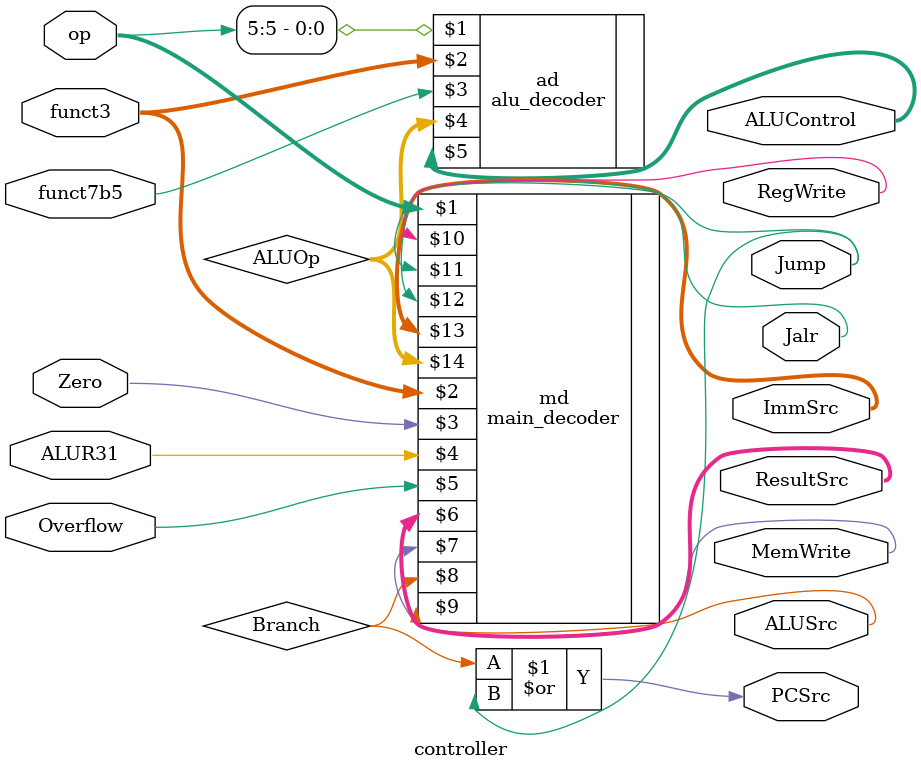
<source format=v>
`timescale 1ns / 1ps

module controller (
    input [6:0]  op,
    input [2:0]  funct3,
    input        funct7b5,
    input        Zero, ALUR31, Overflow,
    output       [1:0] ResultSrc,
    output       MemWrite,
    output       PCSrc, ALUSrc,
    output       RegWrite, Jump, Jalr,
    output [1:0] ImmSrc,
    output [3:0] ALUControl
);

wire [1:0] ALUOp;
wire       Branch;

main_decoder    md (op, funct3, Zero, ALUR31, Overflow, ResultSrc, MemWrite, Branch,
                    ALUSrc, RegWrite, Jump, Jalr, ImmSrc, ALUOp);

alu_decoder     ad (op[5], funct3, funct7b5, ALUOp, ALUControl);

// for jump and branch
assign PCSrc = Branch | Jump;

endmodule

</source>
